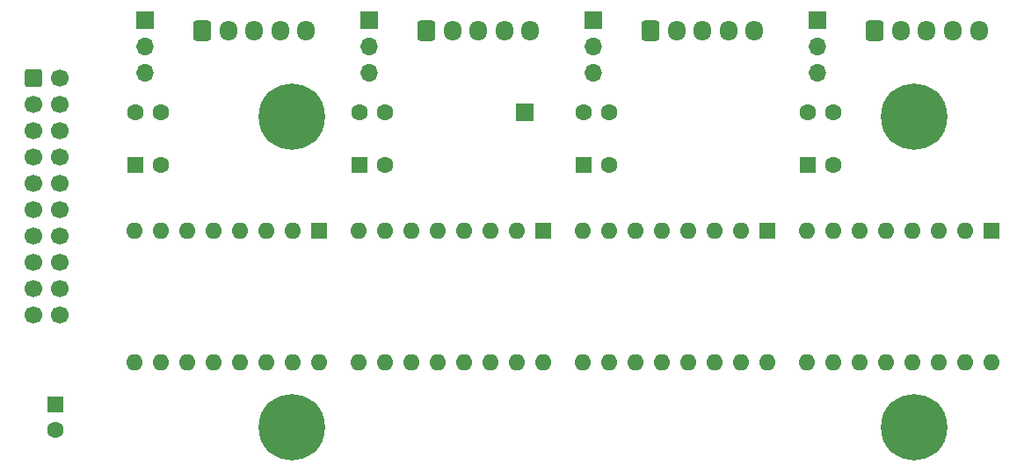
<source format=gbr>
%TF.GenerationSoftware,KiCad,Pcbnew,8.0.0*%
%TF.CreationDate,2024-03-11T16:38:20+11:00*%
%TF.ProjectId,split-flap-units,73706c69-742d-4666-9c61-702d756e6974,rev?*%
%TF.SameCoordinates,Original*%
%TF.FileFunction,Soldermask,Bot*%
%TF.FilePolarity,Negative*%
%FSLAX46Y46*%
G04 Gerber Fmt 4.6, Leading zero omitted, Abs format (unit mm)*
G04 Created by KiCad (PCBNEW 8.0.0) date 2024-03-11 16:38:20*
%MOMM*%
%LPD*%
G01*
G04 APERTURE LIST*
G04 Aperture macros list*
%AMRoundRect*
0 Rectangle with rounded corners*
0 $1 Rounding radius*
0 $2 $3 $4 $5 $6 $7 $8 $9 X,Y pos of 4 corners*
0 Add a 4 corners polygon primitive as box body*
4,1,4,$2,$3,$4,$5,$6,$7,$8,$9,$2,$3,0*
0 Add four circle primitives for the rounded corners*
1,1,$1+$1,$2,$3*
1,1,$1+$1,$4,$5*
1,1,$1+$1,$6,$7*
1,1,$1+$1,$8,$9*
0 Add four rect primitives between the rounded corners*
20,1,$1+$1,$2,$3,$4,$5,0*
20,1,$1+$1,$4,$5,$6,$7,0*
20,1,$1+$1,$6,$7,$8,$9,0*
20,1,$1+$1,$8,$9,$2,$3,0*%
G04 Aperture macros list end*
%ADD10R,1.600000X1.600000*%
%ADD11O,1.600000X1.600000*%
%ADD12RoundRect,0.250000X-0.600000X-0.725000X0.600000X-0.725000X0.600000X0.725000X-0.600000X0.725000X0*%
%ADD13O,1.700000X1.950000*%
%ADD14R,1.700000X1.700000*%
%ADD15O,1.700000X1.700000*%
%ADD16C,1.600000*%
%ADD17C,6.400000*%
%ADD18RoundRect,0.250000X-0.600000X-0.600000X0.600000X-0.600000X0.600000X0.600000X-0.600000X0.600000X0*%
%ADD19C,1.700000*%
G04 APERTURE END LIST*
D10*
%TO.C,A4*%
X176530000Y-104648000D03*
D11*
X173990000Y-104648000D03*
X171450000Y-104648000D03*
X168910000Y-104648000D03*
X166370000Y-104648000D03*
X163830000Y-104648000D03*
X161290000Y-104648000D03*
X158750000Y-104648000D03*
X158750000Y-117348000D03*
X161290000Y-117348000D03*
X163830000Y-117348000D03*
X166370000Y-117348000D03*
X168910000Y-117348000D03*
X171450000Y-117348000D03*
X173990000Y-117348000D03*
X176530000Y-117348000D03*
%TD*%
D12*
%TO.C,J4*%
X100490000Y-85328000D03*
D13*
X102990000Y-85328000D03*
X105490000Y-85328000D03*
X107990000Y-85328000D03*
X110490000Y-85328000D03*
%TD*%
D14*
%TO.C,J3*%
X94920000Y-84328000D03*
D15*
X94920000Y-86868000D03*
X94920000Y-89408000D03*
%TD*%
D10*
%TO.C,A1*%
X111760000Y-104648000D03*
D11*
X109220000Y-104648000D03*
X106680000Y-104648000D03*
X104140000Y-104648000D03*
X101600000Y-104648000D03*
X99060000Y-104648000D03*
X96520000Y-104648000D03*
X93980000Y-104648000D03*
X93980000Y-117348000D03*
X96520000Y-117348000D03*
X99060000Y-117348000D03*
X101600000Y-117348000D03*
X104140000Y-117348000D03*
X106680000Y-117348000D03*
X109220000Y-117348000D03*
X111760000Y-117348000D03*
%TD*%
D16*
%TO.C,C6*%
X94020000Y-93218000D03*
X96520000Y-93218000D03*
%TD*%
D17*
%TO.C,REF3*%
X109075000Y-123650000D03*
%TD*%
D10*
%TO.C,C5*%
X158790000Y-98298000D03*
D16*
X161290000Y-98298000D03*
%TD*%
D10*
%TO.C,C2*%
X94020000Y-98298000D03*
D16*
X96520000Y-98298000D03*
%TD*%
D10*
%TO.C,C1*%
X86360000Y-121412000D03*
D16*
X86360000Y-123912000D03*
%TD*%
D14*
%TO.C,J7*%
X138100000Y-84328000D03*
D15*
X138100000Y-86868000D03*
X138100000Y-89408000D03*
%TD*%
D14*
%TO.C,J5*%
X116510000Y-84328000D03*
D15*
X116510000Y-86868000D03*
X116510000Y-89408000D03*
%TD*%
D16*
%TO.C,C9*%
X158790000Y-93218000D03*
X161290000Y-93218000D03*
%TD*%
D18*
%TO.C,J1*%
X84190000Y-89916000D03*
D19*
X86730000Y-89916000D03*
X84190000Y-92456000D03*
X86730000Y-92456000D03*
X84190000Y-94996000D03*
X86730000Y-94996000D03*
X84190000Y-97536000D03*
X86730000Y-97536000D03*
X84190000Y-100076000D03*
X86730000Y-100076000D03*
X84190000Y-102616000D03*
X86730000Y-102616000D03*
X84190000Y-105156000D03*
X86730000Y-105156000D03*
X84190000Y-107696000D03*
X86730000Y-107696000D03*
X84190000Y-110236000D03*
X86730000Y-110236000D03*
X84190000Y-112776000D03*
X86730000Y-112776000D03*
%TD*%
D17*
%TO.C,REF4*%
X169075000Y-123650000D03*
%TD*%
D16*
%TO.C,C8*%
X137200000Y-93218000D03*
X139700000Y-93218000D03*
%TD*%
D17*
%TO.C,REF2*%
X169075000Y-93650000D03*
%TD*%
D10*
%TO.C,C3*%
X115610000Y-98298000D03*
D16*
X118110000Y-98298000D03*
%TD*%
D10*
%TO.C,A2*%
X133350000Y-104648000D03*
D11*
X130810000Y-104648000D03*
X128270000Y-104648000D03*
X125730000Y-104648000D03*
X123190000Y-104648000D03*
X120650000Y-104648000D03*
X118110000Y-104648000D03*
X115570000Y-104648000D03*
X115570000Y-117348000D03*
X118110000Y-117348000D03*
X120650000Y-117348000D03*
X123190000Y-117348000D03*
X125730000Y-117348000D03*
X128270000Y-117348000D03*
X130810000Y-117348000D03*
X133350000Y-117348000D03*
%TD*%
D16*
%TO.C,C7*%
X115610000Y-93218000D03*
X118110000Y-93218000D03*
%TD*%
D17*
%TO.C,REF1*%
X109075000Y-93650000D03*
%TD*%
D10*
%TO.C,A3*%
X154940000Y-104648000D03*
D11*
X152400000Y-104648000D03*
X149860000Y-104648000D03*
X147320000Y-104648000D03*
X144780000Y-104648000D03*
X142240000Y-104648000D03*
X139700000Y-104648000D03*
X137160000Y-104648000D03*
X137160000Y-117348000D03*
X139700000Y-117348000D03*
X142240000Y-117348000D03*
X144780000Y-117348000D03*
X147320000Y-117348000D03*
X149860000Y-117348000D03*
X152400000Y-117348000D03*
X154940000Y-117348000D03*
%TD*%
D12*
%TO.C,J8*%
X143670000Y-85328000D03*
D13*
X146170000Y-85328000D03*
X148670000Y-85328000D03*
X151170000Y-85328000D03*
X153670000Y-85328000D03*
%TD*%
D12*
%TO.C,J10*%
X165270000Y-85328000D03*
D13*
X167770000Y-85328000D03*
X170270000Y-85328000D03*
X172770000Y-85328000D03*
X175270000Y-85328000D03*
%TD*%
D14*
%TO.C,J9*%
X159700000Y-84328000D03*
D15*
X159700000Y-86868000D03*
X159700000Y-89408000D03*
%TD*%
D12*
%TO.C,J6*%
X122080000Y-85328000D03*
D13*
X124580000Y-85328000D03*
X127080000Y-85328000D03*
X129580000Y-85328000D03*
X132080000Y-85328000D03*
%TD*%
D14*
%TO.C,J2*%
X131572000Y-93218000D03*
%TD*%
D10*
%TO.C,C4*%
X137200000Y-98298000D03*
D16*
X139700000Y-98298000D03*
%TD*%
M02*

</source>
